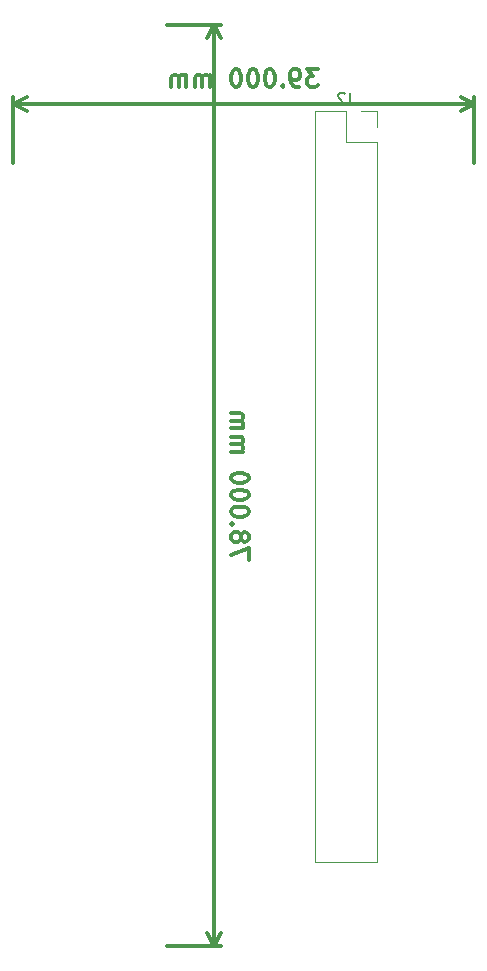
<source format=gbr>
G04 #@! TF.GenerationSoftware,KiCad,Pcbnew,(5.0.0)*
G04 #@! TF.CreationDate,2019-10-17T23:20:27+01:00*
G04 #@! TF.ProjectId,dataVideo_interface,64617461566964656F5F696E74657266,rev?*
G04 #@! TF.SameCoordinates,Original*
G04 #@! TF.FileFunction,Legend,Bot*
G04 #@! TF.FilePolarity,Positive*
%FSLAX46Y46*%
G04 Gerber Fmt 4.6, Leading zero omitted, Abs format (unit mm)*
G04 Created by KiCad (PCBNEW (5.0.0)) date 10/17/19 23:20:27*
%MOMM*%
%LPD*%
G01*
G04 APERTURE LIST*
%ADD10C,0.300000*%
%ADD11C,0.120000*%
%ADD12C,0.150000*%
G04 APERTURE END LIST*
D10*
X128921428Y-124285714D02*
X128921428Y-123285714D01*
X127421428Y-123928571D01*
X128278571Y-122500000D02*
X128350000Y-122642857D01*
X128421428Y-122714285D01*
X128564285Y-122785714D01*
X128635714Y-122785714D01*
X128778571Y-122714285D01*
X128850000Y-122642857D01*
X128921428Y-122500000D01*
X128921428Y-122214285D01*
X128850000Y-122071428D01*
X128778571Y-122000000D01*
X128635714Y-121928571D01*
X128564285Y-121928571D01*
X128421428Y-122000000D01*
X128350000Y-122071428D01*
X128278571Y-122214285D01*
X128278571Y-122500000D01*
X128207142Y-122642857D01*
X128135714Y-122714285D01*
X127992857Y-122785714D01*
X127707142Y-122785714D01*
X127564285Y-122714285D01*
X127492857Y-122642857D01*
X127421428Y-122500000D01*
X127421428Y-122214285D01*
X127492857Y-122071428D01*
X127564285Y-122000000D01*
X127707142Y-121928571D01*
X127992857Y-121928571D01*
X128135714Y-122000000D01*
X128207142Y-122071428D01*
X128278571Y-122214285D01*
X127564285Y-121285714D02*
X127492857Y-121214285D01*
X127421428Y-121285714D01*
X127492857Y-121357142D01*
X127564285Y-121285714D01*
X127421428Y-121285714D01*
X128921428Y-120285714D02*
X128921428Y-120142857D01*
X128850000Y-120000000D01*
X128778571Y-119928571D01*
X128635714Y-119857142D01*
X128350000Y-119785714D01*
X127992857Y-119785714D01*
X127707142Y-119857142D01*
X127564285Y-119928571D01*
X127492857Y-120000000D01*
X127421428Y-120142857D01*
X127421428Y-120285714D01*
X127492857Y-120428571D01*
X127564285Y-120500000D01*
X127707142Y-120571428D01*
X127992857Y-120642857D01*
X128350000Y-120642857D01*
X128635714Y-120571428D01*
X128778571Y-120500000D01*
X128850000Y-120428571D01*
X128921428Y-120285714D01*
X128921428Y-118857142D02*
X128921428Y-118714285D01*
X128850000Y-118571428D01*
X128778571Y-118500000D01*
X128635714Y-118428571D01*
X128350000Y-118357142D01*
X127992857Y-118357142D01*
X127707142Y-118428571D01*
X127564285Y-118500000D01*
X127492857Y-118571428D01*
X127421428Y-118714285D01*
X127421428Y-118857142D01*
X127492857Y-119000000D01*
X127564285Y-119071428D01*
X127707142Y-119142857D01*
X127992857Y-119214285D01*
X128350000Y-119214285D01*
X128635714Y-119142857D01*
X128778571Y-119071428D01*
X128850000Y-119000000D01*
X128921428Y-118857142D01*
X128921428Y-117428571D02*
X128921428Y-117285714D01*
X128850000Y-117142857D01*
X128778571Y-117071428D01*
X128635714Y-117000000D01*
X128350000Y-116928571D01*
X127992857Y-116928571D01*
X127707142Y-117000000D01*
X127564285Y-117071428D01*
X127492857Y-117142857D01*
X127421428Y-117285714D01*
X127421428Y-117428571D01*
X127492857Y-117571428D01*
X127564285Y-117642857D01*
X127707142Y-117714285D01*
X127992857Y-117785714D01*
X128350000Y-117785714D01*
X128635714Y-117714285D01*
X128778571Y-117642857D01*
X128850000Y-117571428D01*
X128921428Y-117428571D01*
X127421428Y-115142857D02*
X128421428Y-115142857D01*
X128278571Y-115142857D02*
X128350000Y-115071428D01*
X128421428Y-114928571D01*
X128421428Y-114714285D01*
X128350000Y-114571428D01*
X128207142Y-114500000D01*
X127421428Y-114500000D01*
X128207142Y-114500000D02*
X128350000Y-114428571D01*
X128421428Y-114285714D01*
X128421428Y-114071428D01*
X128350000Y-113928571D01*
X128207142Y-113857142D01*
X127421428Y-113857142D01*
X127421428Y-113142857D02*
X128421428Y-113142857D01*
X128278571Y-113142857D02*
X128350000Y-113071428D01*
X128421428Y-112928571D01*
X128421428Y-112714285D01*
X128350000Y-112571428D01*
X128207142Y-112500000D01*
X127421428Y-112500000D01*
X128207142Y-112500000D02*
X128350000Y-112428571D01*
X128421428Y-112285714D01*
X128421428Y-112071428D01*
X128350000Y-111928571D01*
X128207142Y-111857142D01*
X127421428Y-111857142D01*
X126000000Y-79000000D02*
X126000000Y-157000000D01*
X122000000Y-79000000D02*
X126586421Y-79000000D01*
X122000000Y-157000000D02*
X126586421Y-157000000D01*
X126000000Y-157000000D02*
X125413579Y-155873496D01*
X126000000Y-157000000D02*
X126586421Y-155873496D01*
X126000000Y-79000000D02*
X125413579Y-80126504D01*
X126000000Y-79000000D02*
X126586421Y-80126504D01*
X134785714Y-82754534D02*
X133857142Y-82754534D01*
X134357142Y-83325963D01*
X134142857Y-83325963D01*
X134000000Y-83397391D01*
X133928571Y-83468820D01*
X133857142Y-83611677D01*
X133857142Y-83968820D01*
X133928571Y-84111677D01*
X134000000Y-84183105D01*
X134142857Y-84254534D01*
X134571428Y-84254534D01*
X134714285Y-84183105D01*
X134785714Y-84111677D01*
X133142857Y-84254534D02*
X132857142Y-84254534D01*
X132714285Y-84183105D01*
X132642857Y-84111677D01*
X132500000Y-83897391D01*
X132428571Y-83611677D01*
X132428571Y-83040248D01*
X132500000Y-82897391D01*
X132571428Y-82825963D01*
X132714285Y-82754534D01*
X133000000Y-82754534D01*
X133142857Y-82825963D01*
X133214285Y-82897391D01*
X133285714Y-83040248D01*
X133285714Y-83397391D01*
X133214285Y-83540248D01*
X133142857Y-83611677D01*
X133000000Y-83683105D01*
X132714285Y-83683105D01*
X132571428Y-83611677D01*
X132500000Y-83540248D01*
X132428571Y-83397391D01*
X131785714Y-84111677D02*
X131714285Y-84183105D01*
X131785714Y-84254534D01*
X131857142Y-84183105D01*
X131785714Y-84111677D01*
X131785714Y-84254534D01*
X130785714Y-82754534D02*
X130642857Y-82754534D01*
X130500000Y-82825963D01*
X130428571Y-82897391D01*
X130357142Y-83040248D01*
X130285714Y-83325963D01*
X130285714Y-83683105D01*
X130357142Y-83968820D01*
X130428571Y-84111677D01*
X130500000Y-84183105D01*
X130642857Y-84254534D01*
X130785714Y-84254534D01*
X130928571Y-84183105D01*
X131000000Y-84111677D01*
X131071428Y-83968820D01*
X131142857Y-83683105D01*
X131142857Y-83325963D01*
X131071428Y-83040248D01*
X131000000Y-82897391D01*
X130928571Y-82825963D01*
X130785714Y-82754534D01*
X129357142Y-82754534D02*
X129214285Y-82754534D01*
X129071428Y-82825963D01*
X129000000Y-82897391D01*
X128928571Y-83040248D01*
X128857142Y-83325963D01*
X128857142Y-83683105D01*
X128928571Y-83968820D01*
X129000000Y-84111677D01*
X129071428Y-84183105D01*
X129214285Y-84254534D01*
X129357142Y-84254534D01*
X129500000Y-84183105D01*
X129571428Y-84111677D01*
X129642857Y-83968820D01*
X129714285Y-83683105D01*
X129714285Y-83325963D01*
X129642857Y-83040248D01*
X129571428Y-82897391D01*
X129500000Y-82825963D01*
X129357142Y-82754534D01*
X127928571Y-82754534D02*
X127785714Y-82754534D01*
X127642857Y-82825963D01*
X127571428Y-82897391D01*
X127500000Y-83040248D01*
X127428571Y-83325963D01*
X127428571Y-83683105D01*
X127500000Y-83968820D01*
X127571428Y-84111677D01*
X127642857Y-84183105D01*
X127785714Y-84254534D01*
X127928571Y-84254534D01*
X128071428Y-84183105D01*
X128142857Y-84111677D01*
X128214285Y-83968820D01*
X128285714Y-83683105D01*
X128285714Y-83325963D01*
X128214285Y-83040248D01*
X128142857Y-82897391D01*
X128071428Y-82825963D01*
X127928571Y-82754534D01*
X125642857Y-84254534D02*
X125642857Y-83254534D01*
X125642857Y-83397391D02*
X125571428Y-83325963D01*
X125428571Y-83254534D01*
X125214285Y-83254534D01*
X125071428Y-83325963D01*
X125000000Y-83468820D01*
X125000000Y-84254534D01*
X125000000Y-83468820D02*
X124928571Y-83325963D01*
X124785714Y-83254534D01*
X124571428Y-83254534D01*
X124428571Y-83325963D01*
X124357142Y-83468820D01*
X124357142Y-84254534D01*
X123642857Y-84254534D02*
X123642857Y-83254534D01*
X123642857Y-83397391D02*
X123571428Y-83325963D01*
X123428571Y-83254534D01*
X123214285Y-83254534D01*
X123071428Y-83325963D01*
X123000000Y-83468820D01*
X123000000Y-84254534D01*
X123000000Y-83468820D02*
X122928571Y-83325963D01*
X122785714Y-83254534D01*
X122571428Y-83254534D01*
X122428571Y-83325963D01*
X122357142Y-83468820D01*
X122357142Y-84254534D01*
X109000000Y-85675963D02*
X148000000Y-85675963D01*
X109000000Y-90675962D02*
X109000000Y-85089542D01*
X148000000Y-90675962D02*
X148000000Y-85089542D01*
X148000000Y-85675963D02*
X146873496Y-85089542D01*
X148000000Y-85675963D02*
X146873496Y-86262384D01*
X109000000Y-85675963D02*
X110126504Y-85089542D01*
X109000000Y-85675963D02*
X110126504Y-86262384D01*
D11*
G04 #@! TO.C,J2*
X139760000Y-149920000D02*
X134560000Y-149920000D01*
X139760000Y-88900000D02*
X139760000Y-149920000D01*
X134560000Y-86300000D02*
X134560000Y-149920000D01*
X139760000Y-88900000D02*
X137160000Y-88900000D01*
X137160000Y-88900000D02*
X137160000Y-86300000D01*
X137160000Y-86300000D02*
X134560000Y-86300000D01*
X139760000Y-87630000D02*
X139760000Y-86300000D01*
X139760000Y-86300000D02*
X138430000Y-86300000D01*
D12*
X137493333Y-84752380D02*
X137493333Y-85466666D01*
X137540952Y-85609523D01*
X137636190Y-85704761D01*
X137779047Y-85752380D01*
X137874285Y-85752380D01*
X137064761Y-84847619D02*
X137017142Y-84800000D01*
X136921904Y-84752380D01*
X136683809Y-84752380D01*
X136588571Y-84800000D01*
X136540952Y-84847619D01*
X136493333Y-84942857D01*
X136493333Y-85038095D01*
X136540952Y-85180952D01*
X137112380Y-85752380D01*
X136493333Y-85752380D01*
G04 #@! TD*
M02*

</source>
